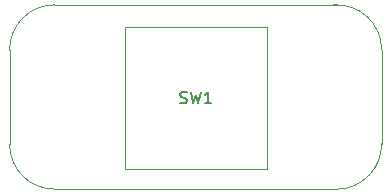
<source format=gbr>
%TF.GenerationSoftware,KiCad,Pcbnew,4.0.5-e0-6337~49~ubuntu16.04.1*%
%TF.CreationDate,2017-01-29T13:14:06-08:00*%
%TF.ProjectId,2x4-12mm-Square-SMT-Pushbutton,3278342D31326D6D2D5371756172652D,v1.0*%
%TF.FileFunction,Other,Fab,Top*%
%FSLAX46Y46*%
G04 Gerber Fmt 4.6, Leading zero omitted, Abs format (unit mm)*
G04 Created by KiCad (PCBNEW 4.0.5-e0-6337~49~ubuntu16.04.1) date Sun Jan 29 13:14:06 2017*
%MOMM*%
%LPD*%
G01*
G04 APERTURE LIST*
%ADD10C,0.350000*%
%ADD11C,0.040640*%
%ADD12C,0.150000*%
G04 APERTURE END LIST*
D10*
D11*
X134551000Y-93020000D02*
X146551000Y-93020000D01*
X146551000Y-93020000D02*
X146551000Y-105020000D01*
X146551000Y-105020000D02*
X134551000Y-105020000D01*
X134551000Y-105020000D02*
X134551000Y-93020000D01*
X152590500Y-106733500D02*
G75*
G03X156283868Y-102833680I-106632J3799820D01*
G01*
X156290500Y-94933500D02*
G75*
G03X152178676Y-91133500I-3811824J0D01*
G01*
X128590500Y-91132184D02*
G75*
G03X124790500Y-95033500I0J-3801316D01*
G01*
X124789184Y-102933500D02*
G75*
G03X128690500Y-106733500I3801316J0D01*
G01*
X124790500Y-102933500D02*
X124790500Y-94933500D01*
X128590500Y-106733500D02*
X152590500Y-106733500D01*
X128590500Y-91133500D02*
X152590500Y-91133500D01*
X156290500Y-102933500D02*
X156290500Y-94933500D01*
D12*
X139217667Y-99424762D02*
X139360524Y-99472381D01*
X139598620Y-99472381D01*
X139693858Y-99424762D01*
X139741477Y-99377143D01*
X139789096Y-99281905D01*
X139789096Y-99186667D01*
X139741477Y-99091429D01*
X139693858Y-99043810D01*
X139598620Y-98996190D01*
X139408143Y-98948571D01*
X139312905Y-98900952D01*
X139265286Y-98853333D01*
X139217667Y-98758095D01*
X139217667Y-98662857D01*
X139265286Y-98567619D01*
X139312905Y-98520000D01*
X139408143Y-98472381D01*
X139646239Y-98472381D01*
X139789096Y-98520000D01*
X140122429Y-98472381D02*
X140360524Y-99472381D01*
X140551001Y-98758095D01*
X140741477Y-99472381D01*
X140979572Y-98472381D01*
X141884334Y-99472381D02*
X141312905Y-99472381D01*
X141598619Y-99472381D02*
X141598619Y-98472381D01*
X141503381Y-98615238D01*
X141408143Y-98710476D01*
X141312905Y-98758095D01*
M02*

</source>
